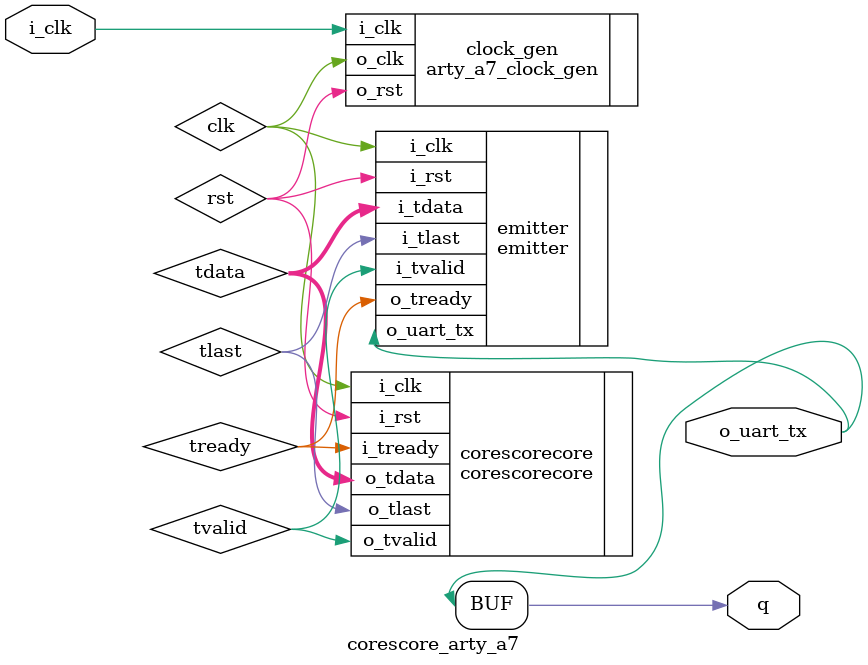
<source format=v>
`default_nettype none
module corescore_arty_a7
(
 input wire  i_clk,
 output wire q,
 output wire o_uart_tx);

   wire      clk;
   wire      rst;

   //Mirror UART output to LED
   assign q = o_uart_tx;

   arty_a7_clock_gen clock_gen
     (.i_clk (i_clk),
      .o_clk (clk),
      .o_rst (rst));

   parameter memfile_emitter = "emitter.hex";

   wire [7:0]  tdata;
   wire        tlast;
   wire        tvalid;
   wire        tready;

   corescorecore corescorecore
     (.i_clk     (clk),
      .i_rst     (rst),
      .o_tdata   (tdata),
      .o_tlast   (tlast),
      .o_tvalid  (tvalid),
      .i_tready  (tready));

   emitter #(.memfile (memfile_emitter)) emitter
     (.i_clk     (clk),
      .i_rst     (rst),
      .i_tdata   (tdata),
      .i_tlast   (tlast),
      .i_tvalid  (tvalid),
      .o_tready  (tready),
      .o_uart_tx (o_uart_tx));

endmodule

</source>
